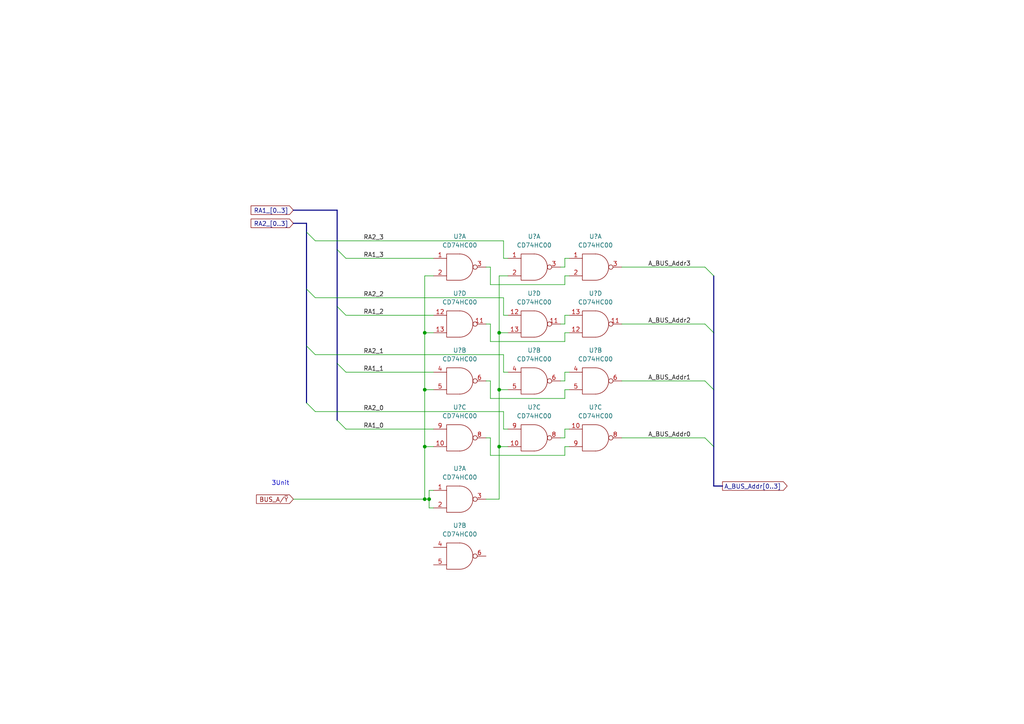
<source format=kicad_sch>
(kicad_sch (version 20211123) (generator eeschema)
  (paper "A4")
  (lib_symbols
    (symbol "CD74HCxx:CD74HC00" (pin_names (offset 0.762))
      (property "Reference" "U" (at -2.54 6.985 0))
      (property "Value" "CD74HC00" (at 1.27 5.08 0))
      (symbol "CD74HC00_0_0"
        (pin power_in line (at -2.54 2.54 0) (length 0) hide (name "VCC") (number "14"))
        (pin power_in line (at -2.54 -2.54 0) (length 0) hide (name "GND") (number "7"))
      )
      (symbol "CD74HC00_0_1"
        (arc (start 0 -3.81) (mid 3.81 0) (end 0 3.81))
        (polyline (pts (xy 0 3.81) (xy -3.81 3.81) (xy -3.81 -3.81) (xy 0 -3.81)))
      )
      (symbol "CD74HC00_0_2"
        (arc (start -4.445 -3.81) (mid -3.175 0) (end -4.445 3.81))
        (arc (start -3.175 -3.81) (mid 0.803 -2.7954) (end 3.81 0))
        (polyline (pts (xy -4.445 -3.81) (xy -3.175 -3.81)))
        (polyline (pts (xy -4.445 3.81) (xy -3.175 3.81)))
        (arc (start 3.81 0) (mid 0.8099 2.8117) (end -3.175 3.81))
      )
      (symbol "CD74HC00_1_1"
        (pin input line (at -7.62 2.54 0) (length 3.81) (name "~") (number "1"))
        (pin input line (at -7.62 -2.54 0) (length 3.81) (name "~") (number "2"))
        (pin output inverted (at 7.62 0 180) (length 3.81) (name "~") (number "3"))
      )
      (symbol "CD74HC00_1_2"
        (pin input inverted (at -7.62 2.54 0) (length 3.81) (name "~") (number "1"))
        (pin input inverted (at -7.62 -2.54 0) (length 3.81) (name "~") (number "2"))
        (pin output line (at 7.62 0 180) (length 3.81) (name "~") (number "3"))
      )
      (symbol "CD74HC00_2_1"
        (pin input line (at -7.62 2.54 0) (length 3.81) (name "~") (number "4"))
        (pin input line (at -7.62 -2.54 0) (length 3.81) (name "~") (number "5"))
        (pin output inverted (at 7.62 0 180) (length 3.81) (name "~") (number "6"))
      )
      (symbol "CD74HC00_2_2"
        (pin input inverted (at -7.62 2.54 0) (length 3.81) (name "~") (number "4"))
        (pin input inverted (at -7.62 -2.54 0) (length 3.81) (name "~") (number "5"))
        (pin output line (at 7.62 0 180) (length 3.81) (name "~") (number "6"))
      )
      (symbol "CD74HC00_3_1"
        (pin input line (at -7.62 -2.54 0) (length 3.81) (name "~") (number "10"))
        (pin output inverted (at 7.62 0 180) (length 3.81) (name "~") (number "8"))
        (pin input line (at -7.62 2.54 0) (length 3.81) (name "~") (number "9"))
      )
      (symbol "CD74HC00_3_2"
        (pin input inverted (at -7.62 -2.54 0) (length 3.81) (name "~") (number "10"))
        (pin output line (at 7.62 0 180) (length 3.81) (name "~") (number "8"))
        (pin input inverted (at -7.62 2.54 0) (length 3.81) (name "~") (number "9"))
      )
      (symbol "CD74HC00_4_1"
        (pin output inverted (at 7.62 0 180) (length 3.81) (name "~") (number "11"))
        (pin input line (at -7.62 2.54 0) (length 3.81) (name "~") (number "12"))
        (pin input line (at -7.62 -2.54 0) (length 3.81) (name "~") (number "13"))
      )
      (symbol "CD74HC00_4_2"
        (pin output line (at 7.62 0 180) (length 3.81) (name "~") (number "11"))
        (pin input inverted (at -7.62 2.54 0) (length 3.81) (name "~") (number "12"))
        (pin input inverted (at -7.62 -2.54 0) (length 3.81) (name "~") (number "13"))
      )
    )
  )
  (junction (at 124.46 144.78))
  (junction (at 123.19 129.54))
  (junction (at 144.78 96.52))
  (junction (at 123.19 144.78))
  (junction (at 144.78 129.54))
  (junction (at 123.19 96.52))
  (junction (at 144.78 113.03))
  (junction (at 123.19 113.03))
  (bus_entry (at 204.47 93.98) (size 2.54 2.54))
  (bus_entry (at 100.33 74.93) (size -2.54 -2.54))
  (bus_entry (at 100.33 91.44) (size -2.54 -2.54))
  (bus_entry (at 91.44 119.38) (size -2.54 -2.54))
  (bus_entry (at 204.47 77.47) (size 2.54 2.54))
  (bus_entry (at 204.47 110.49) (size 2.54 2.54))
  (bus_entry (at 91.44 102.87) (size -2.54 -2.54))
  (bus_entry (at 91.44 69.85) (size -2.54 -2.54))
  (bus_entry (at 204.47 127) (size 2.54 2.54))
  (bus_entry (at 100.33 124.46) (size -2.54 -2.54))
  (bus_entry (at 91.44 86.36) (size -2.54 -2.54))
  (bus_entry (at 100.33 107.95) (size -2.54 -2.54))
  (wire (pts (xy 162.56 110.49) (xy 163.83 110.49)))
  (wire (pts (xy 91.44 119.38) (xy 146.05 119.38)))
  (wire (pts (xy 123.19 113.03) (xy 125.73 113.03)))
  (wire (pts (xy 162.56 93.98) (xy 163.83 93.98)))
  (wire (pts (xy 146.05 124.46) (xy 146.05 119.38)))
  (wire (pts (xy 142.24 110.49) (xy 142.24 115.57)))
  (wire (pts (xy 85.09 144.78) (xy 123.19 144.78)))
  (wire (pts (xy 125.73 142.24) (xy 124.46 142.24)))
  (wire (pts (xy 180.34 127) (xy 204.47 127)))
  (wire (pts (xy 124.46 142.24) (xy 124.46 144.78)))
  (wire (pts (xy 123.19 80.01) (xy 125.73 80.01)))
  (wire (pts (xy 144.78 129.54) (xy 144.78 144.78)))
  (wire (pts (xy 163.83 113.03) (xy 165.1 113.03)))
  (wire (pts (xy 100.33 107.95) (xy 125.73 107.95)))
  (wire (pts (xy 180.34 110.49) (xy 204.47 110.49)))
  (wire (pts (xy 146.05 107.95) (xy 146.05 102.87)))
  (wire (pts (xy 123.19 80.01) (xy 123.19 96.52)))
  (bus (pts (xy 207.01 113.03) (xy 207.01 96.52)))
  (wire (pts (xy 91.44 86.36) (xy 146.05 86.36)))
  (wire (pts (xy 124.46 147.32) (xy 125.73 147.32)))
  (wire (pts (xy 140.97 93.98) (xy 142.24 93.98)))
  (wire (pts (xy 124.46 144.78) (xy 124.46 147.32)))
  (wire (pts (xy 142.24 99.06) (xy 163.83 99.06)))
  (wire (pts (xy 142.24 82.55) (xy 163.83 82.55)))
  (wire (pts (xy 163.83 74.93) (xy 165.1 74.93)))
  (bus (pts (xy 207.01 96.52) (xy 207.01 80.01)))
  (wire (pts (xy 100.33 74.93) (xy 125.73 74.93)))
  (wire (pts (xy 142.24 132.08) (xy 163.83 132.08)))
  (wire (pts (xy 180.34 77.47) (xy 204.47 77.47)))
  (wire (pts (xy 144.78 96.52) (xy 144.78 113.03)))
  (wire (pts (xy 163.83 77.47) (xy 163.83 74.93)))
  (wire (pts (xy 123.19 113.03) (xy 123.19 129.54)))
  (bus (pts (xy 97.79 105.41) (xy 97.79 121.92)))
  (wire (pts (xy 163.83 124.46) (xy 165.1 124.46)))
  (bus (pts (xy 88.9 100.33) (xy 88.9 116.84)))
  (wire (pts (xy 163.83 82.55) (xy 163.83 80.01)))
  (wire (pts (xy 144.78 113.03) (xy 144.78 129.54)))
  (bus (pts (xy 97.79 60.96) (xy 97.79 72.39)))
  (bus (pts (xy 97.79 72.39) (xy 97.79 88.9)))
  (wire (pts (xy 147.32 107.95) (xy 146.05 107.95)))
  (wire (pts (xy 147.32 74.93) (xy 146.05 74.93)))
  (wire (pts (xy 162.56 77.47) (xy 163.83 77.47)))
  (bus (pts (xy 88.9 67.31) (xy 88.9 83.82)))
  (wire (pts (xy 140.97 110.49) (xy 142.24 110.49)))
  (wire (pts (xy 163.83 93.98) (xy 163.83 91.44)))
  (wire (pts (xy 144.78 80.01) (xy 147.32 80.01)))
  (wire (pts (xy 163.83 129.54) (xy 165.1 129.54)))
  (wire (pts (xy 144.78 96.52) (xy 147.32 96.52)))
  (bus (pts (xy 88.9 83.82) (xy 88.9 100.33)))
  (wire (pts (xy 146.05 91.44) (xy 146.05 86.36)))
  (wire (pts (xy 163.83 91.44) (xy 165.1 91.44)))
  (wire (pts (xy 123.19 129.54) (xy 125.73 129.54)))
  (wire (pts (xy 163.83 110.49) (xy 163.83 107.95)))
  (wire (pts (xy 163.83 96.52) (xy 165.1 96.52)))
  (wire (pts (xy 144.78 80.01) (xy 144.78 96.52)))
  (wire (pts (xy 163.83 107.95) (xy 165.1 107.95)))
  (wire (pts (xy 100.33 91.44) (xy 125.73 91.44)))
  (wire (pts (xy 100.33 124.46) (xy 125.73 124.46)))
  (wire (pts (xy 163.83 115.57) (xy 163.83 113.03)))
  (wire (pts (xy 162.56 127) (xy 163.83 127)))
  (bus (pts (xy 85.09 60.96) (xy 97.79 60.96)))
  (wire (pts (xy 147.32 91.44) (xy 146.05 91.44)))
  (wire (pts (xy 140.97 77.47) (xy 142.24 77.47)))
  (bus (pts (xy 97.79 88.9) (xy 97.79 105.41)))
  (wire (pts (xy 180.34 93.98) (xy 204.47 93.98)))
  (wire (pts (xy 140.97 127) (xy 142.24 127)))
  (wire (pts (xy 146.05 74.93) (xy 146.05 69.85)))
  (wire (pts (xy 142.24 77.47) (xy 142.24 82.55)))
  (wire (pts (xy 123.19 96.52) (xy 123.19 113.03)))
  (wire (pts (xy 142.24 93.98) (xy 142.24 99.06)))
  (wire (pts (xy 144.78 129.54) (xy 147.32 129.54)))
  (wire (pts (xy 163.83 99.06) (xy 163.83 96.52)))
  (bus (pts (xy 207.01 129.54) (xy 207.01 113.03)))
  (wire (pts (xy 163.83 80.01) (xy 165.1 80.01)))
  (wire (pts (xy 140.97 144.78) (xy 144.78 144.78)))
  (wire (pts (xy 163.83 127) (xy 163.83 124.46)))
  (wire (pts (xy 144.78 113.03) (xy 147.32 113.03)))
  (wire (pts (xy 163.83 132.08) (xy 163.83 129.54)))
  (bus (pts (xy 85.09 64.77) (xy 88.9 64.77)))
  (wire (pts (xy 91.44 69.85) (xy 146.05 69.85)))
  (bus (pts (xy 207.01 140.97) (xy 207.01 129.54)))
  (wire (pts (xy 142.24 127) (xy 142.24 132.08)))
  (wire (pts (xy 147.32 124.46) (xy 146.05 124.46)))
  (wire (pts (xy 123.19 144.78) (xy 124.46 144.78)))
  (bus (pts (xy 88.9 67.31) (xy 88.9 64.77)))
  (wire (pts (xy 123.19 129.54) (xy 123.19 144.78)))
  (bus (pts (xy 207.01 140.97) (xy 209.55 140.97)))
  (wire (pts (xy 142.24 115.57) (xy 163.83 115.57)))
  (wire (pts (xy 91.44 102.87) (xy 146.05 102.87)))
  (wire (pts (xy 123.19 96.52) (xy 125.73 96.52)))
  (text "3Unit" (at 78.74 140.97 0) (effects (font (size 1.27 1.27)) (justify left bottom)))
  (label "RA2_3" (at 105.41 69.85 0))
  (label "RA1_0" (at 105.41 124.46 0))
  (label "RA1_3" (at 105.41 74.93 0))
  (label "A_BUS_Addr0" (at 187.96 127 0))
  (label "RA1_1" (at 105.41 107.95 0))
  (label "A_BUS_Addr2" (at 187.96 93.98 0))
  (label "RA1_2" (at 105.41 91.44 0))
  (label "RA2_1" (at 105.41 102.87 0))
  (label "RA2_2" (at 105.41 86.36 0))
  (label "A_BUS_Addr3" (at 187.96 77.47 0))
  (label "A_BUS_Addr1" (at 187.96 110.49 0))
  (label "RA2_0" (at 105.41 119.38 0))
  (global_label "RA2_[0..3]" (shape input) (at 85.09 64.77 180) (property "Intersheet References" "${INTERSHEET_REFS}" (effects hide)))
  (global_label "A_BUS_Addr[0..3]" (shape output) (at 209.55 140.97 0) (property "Intersheet References" "${INTERSHEET_REFS}" (effects hide)))
  (global_label "BUS_A{slash}~{Y}" (shape input) (at 85.09 144.78 180) (property "Intersheet References" "${INTERSHEET_REFS}" (effects hide)))
  (global_label "RA1_[0..3]" (shape input) (at 85.09 60.96 180) (property "Intersheet References" "${INTERSHEET_REFS}" (effects hide)))
  (symbol (lib_id "CD74HCxx:CD74HC00") (at 133.35 110.49 0) (unit 2)
    (property "Reference" "U?" (at 133.35 101.6 0))
    (property "Value" "CD74HC00" (at 133.35 104.14 0))
    (property "Footprint" "Package_DIP:DIP-14_W7.62mm" (effects hide))
  )
  (symbol (lib_id "CD74HCxx:CD74HC00") (at 172.72 93.98 0) (mirror x) (unit 4)
    (property "Reference" "U?" (at 172.72 85.09 0))
    (property "Value" "CD74HC00" (at 172.72 87.63 0))
    (property "Footprint" "Package_DIP:DIP-14_W7.62mm" (effects hide))
  )
  (symbol (lib_id "CD74HCxx:CD74HC00") (at 154.94 110.49 0) (unit 2)
    (property "Reference" "U?" (at 154.94 101.6 0))
    (property "Value" "CD74HC00" (at 154.94 104.14 0))
    (property "Footprint" "Package_DIP:DIP-14_W7.62mm" (effects hide))
  )
  (symbol (lib_id "CD74HCxx:CD74HC00") (at 172.72 77.47 0) (unit 1)
    (property "Reference" "U?" (at 172.72 68.58 0))
    (property "Value" "CD74HC00" (at 172.72 71.12 0))
    (property "Footprint" "Package_DIP:DIP-14_W7.62mm" (effects hide))
  )
  (symbol (lib_id "CD74HCxx:CD74HC00") (at 172.72 127 0) (mirror x) (unit 3)
    (property "Reference" "U?" (at 172.72 118.11 0))
    (property "Value" "CD74HC00" (at 172.72 120.65 0))
    (property "Footprint" "Package_DIP:DIP-14_W7.62mm" (effects hide))
  )
  (symbol (lib_id "CD74HCxx:CD74HC00") (at 133.35 161.29 0) (unit 2)
    (property "Reference" "U?" (at 133.35 152.4 0))
    (property "Value" "CD74HC00" (at 133.35 154.94 0))
    (property "Footprint" "Package_DIP:DIP-14_W7.62mm" (effects hide))
  )
  (symbol (lib_id "CD74HCxx:CD74HC00") (at 133.35 144.78 0) (unit 1)
    (property "Reference" "U?" (at 133.35 135.89 0))
    (property "Value" "CD74HC00" (at 133.35 138.43 0))
    (property "Footprint" "Package_DIP:DIP-14_W7.62mm" (effects hide))
  )
  (symbol (lib_id "CD74HCxx:CD74HC00") (at 133.35 127 0) (unit 3)
    (property "Reference" "U?" (at 133.35 118.11 0))
    (property "Value" "CD74HC00" (at 133.35 120.65 0))
    (property "Footprint" "Package_DIP:DIP-14_W7.62mm" (effects hide))
  )
  (symbol (lib_id "CD74HCxx:CD74HC00") (at 154.94 93.98 0) (unit 4)
    (property "Reference" "U?" (at 154.94 85.09 0))
    (property "Value" "CD74HC00" (at 154.94 87.63 0))
    (property "Footprint" "Package_DIP:DIP-14_W7.62mm" (effects hide))
  )
  (symbol (lib_id "CD74HCxx:CD74HC00") (at 154.94 127 0) (unit 3)
    (property "Reference" "U?" (at 154.94 118.11 0))
    (property "Value" "CD74HC00" (at 154.94 120.65 0))
    (property "Footprint" "Package_DIP:DIP-14_W7.62mm" (effects hide))
  )
  (symbol (lib_id "CD74HCxx:CD74HC00") (at 172.72 110.49 0) (unit 2)
    (property "Reference" "U?" (at 172.72 101.6 0))
    (property "Value" "CD74HC00" (at 172.72 104.14 0))
    (property "Footprint" "Package_DIP:DIP-14_W7.62mm" (effects hide))
  )
  (symbol (lib_id "CD74HCxx:CD74HC00") (at 133.35 77.47 0) (unit 1)
    (property "Reference" "U?" (at 133.35 68.58 0))
    (property "Value" "CD74HC00" (at 133.35 71.12 0))
    (property "Footprint" "Package_DIP:DIP-14_W7.62mm" (effects hide))
  )
  (symbol (lib_id "CD74HCxx:CD74HC00") (at 133.35 93.98 0) (unit 4)
    (property "Reference" "U?" (at 133.35 85.09 0))
    (property "Value" "CD74HC00" (at 133.35 87.63 0))
    (property "Footprint" "Package_DIP:DIP-14_W7.62mm" (effects hide))
  )
  (symbol (lib_id "CD74HCxx:CD74HC00") (at 154.94 77.47 0) (unit 1)
    (property "Reference" "U?" (at 154.94 68.58 0))
    (property "Value" "CD74HC00" (at 154.94 71.12 0))
    (property "Footprint" "Package_DIP:DIP-14_W7.62mm" (effects hide))
  )
)
</source>
